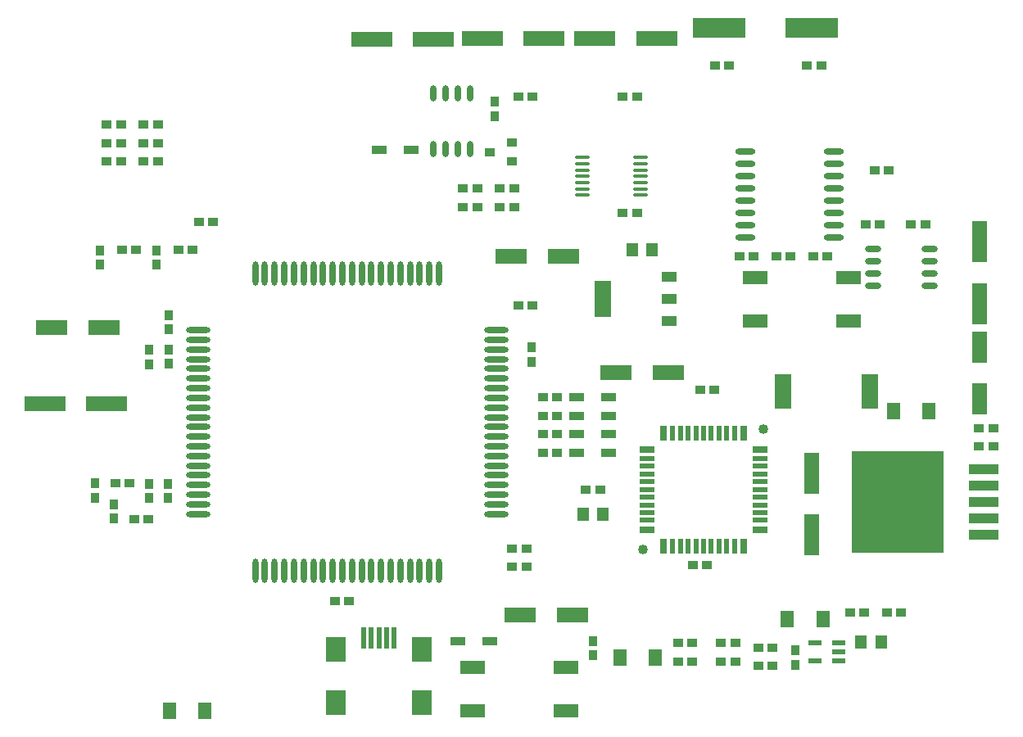
<source format=gtp>
*
%LPD*%
%LNSABOTEN3G-PT*%
%FSLAX25Y25*%
%MOIN*%
%AD*%
%AD*%
%ADD99C,0.04*%
%ADD102R,0.035X0.039*%
%ADD103R,0.039X0.035*%
%ADD104R,0.125979921X0.062990157*%
%ADD105R,0.05X0.058*%
%ADD106R,0.062990157X0.125979921*%
%ADD107R,0.055120079X0.070870079*%
%ADD108R,0.019690157X0.09055*%
%ADD109R,0.078740157X0.098429921*%
%ADD110R,0.066929921X0.141729921*%
%ADD111O,0.066929921X0.023620079*%
%ADD112O,0.023620079X0.066929921*%
%ADD113R,0.098429921X0.055120079*%
%ADD114O,0.059059843X0.01575*%
%ADD115R,0.04X0.035*%
%ADD116R,0.06X0.04*%
%ADD117R,0.07X0.15*%
%ADD118R,0.055120079X0.023620079*%
%ADD119R,0.03X0.06*%
%ADD120R,0.02X0.06*%
%ADD121R,0.06X0.03*%
%ADD122R,0.06X0.02*%
%ADD123O,0.082679921X0.023620079*%
%ADD124R,0.12205X0.043309843*%
%ADD125R,0.37795X0.417320079*%
%ADD126R,0.217X0.08*%
%ADD127O,0.024X0.098429921*%
%ADD128O,0.098429921X0.024*%
%ADD129R,0.059059843X0.035429921*%
%ADD133R,0.062990157X0.16535*%
%ADD158R,0.16535X0.062990157*%
G54D99*
%SRX1Y1I0.0J0.0*%
G1X321075Y-187215D3*
G1X272075Y-236215D3*
G54D102*
G1X226575Y-153815D3*
G1X226575Y-159615D3*
G1X48975Y-209215D3*
G1X48975Y-215015D3*
G1X78675Y-215115D3*
G1X78675Y-209315D3*
G1X73875Y-114315D3*
G1X73875Y-120115D3*
G1X50875Y-114315D3*
G1X50875Y-120115D3*
G1X70875Y-209315D3*
G1X70875Y-215115D3*
G1X211575Y-59615D3*
G1X211575Y-53815D3*
G1X78975Y-146515D3*
G1X78975Y-140715D3*
G1X78975Y-154715D3*
G1X78975Y-160515D3*
G1X71075Y-160615D3*
G1X71075Y-154815D3*
G1X56775Y-217715D3*
G1X56775Y-223515D3*
G1X251775Y-279115D3*
G1X251775Y-273315D3*
G1X333875Y-283015D3*
G1X333875Y-277215D3*
G54D103*
G1X221175Y-136715D3*
G1X226975Y-136715D3*
G1X64875Y-223815D3*
G1X70675Y-223815D3*
G1X306975Y-39215D3*
G1X301175Y-39215D3*
G1X338675Y-39215D3*
G1X344475Y-39215D3*
G1X300975Y-170915D3*
G1X295175Y-170915D3*
G1X254475Y-211715D3*
G1X248675Y-211715D3*
G1X292275Y-242315D3*
G1X298075Y-242315D3*
G1X224475Y-243115D3*
G1X218675Y-243115D3*
G1X366175Y-81715D3*
G1X371975Y-81715D3*
G1X316975Y-116715D3*
G1X311175Y-116715D3*
G1X97075Y-102715D3*
G1X91275Y-102715D3*
G1X88775Y-114215D3*
G1X82975Y-114215D3*
G1X59475Y-78215D3*
G1X53675Y-78215D3*
G1X204475Y-89215D3*
G1X198675Y-89215D3*
G1X204475Y-96715D3*
G1X198675Y-96715D3*
G1X59475Y-70715D3*
G1X53675Y-70715D3*
G1X318975Y-276015D3*
G1X324775Y-276015D3*
G1X59475Y-63215D3*
G1X53675Y-63215D3*
G1X63075Y-209115D3*
G1X57275Y-209115D3*
G1X65775Y-114215D3*
G1X59975Y-114215D3*
G1X68675Y-78215D3*
G1X74475Y-78215D3*
G1X309475Y-281715D3*
G1X303675Y-281715D3*
G1X303675Y-274215D3*
G1X309475Y-274215D3*
G1X368275Y-103715D3*
G1X362475Y-103715D3*
G1X263675Y-51715D3*
G1X269475Y-51715D3*
G1X68675Y-63215D3*
G1X74475Y-63215D3*
G1X376975Y-261715D3*
G1X371175Y-261715D3*
G1X356175Y-261715D3*
G1X361975Y-261715D3*
G1X68675Y-70715D3*
G1X74475Y-70715D3*
G1X224475Y-235615D3*
G1X218675Y-235615D3*
G1X213675Y-89215D3*
G1X219475Y-89215D3*
G1X236975Y-196715D3*
G1X231175Y-196715D3*
G1X236975Y-181715D3*
G1X231175Y-181715D3*
G1X236975Y-189215D3*
G1X231175Y-189215D3*
G1X341175Y-116715D3*
G1X346975Y-116715D3*
G1X326175Y-116715D3*
G1X331975Y-116715D3*
G1X236975Y-174215D3*
G1X231175Y-174215D3*
G1X146475Y-257215D3*
G1X152275Y-257215D3*
G1X414475Y-194215D3*
G1X408675Y-194215D3*
G1X291975Y-274215D3*
G1X286175Y-274215D3*
G1X408675Y-186715D3*
G1X414475Y-186715D3*
G1X381075Y-103715D3*
G1X386875Y-103715D3*
G1X269475Y-99215D3*
G1X263675Y-99215D3*
G1X213675Y-96715D3*
G1X219475Y-96715D3*
G1X226975Y-51715D3*
G1X221175Y-51715D3*
G1X286175Y-281715D3*
G1X291975Y-281715D3*
G1X324775Y-283515D3*
G1X318975Y-283515D3*
G54D104*
G1X260945Y-164215D3*
G1X282205Y-164215D3*
G1X31245Y-145615D3*
G1X52505Y-145615D3*
G1X218445Y-116715D3*
G1X239705Y-116715D3*
G1X221945Y-262815D3*
G1X243205Y-262815D3*
G54D105*
G1X360775Y-273615D3*
G1X368975Y-273615D3*
G1X255675Y-221715D3*
G1X247475Y-221715D3*
G1X275675Y-114215D3*
G1X267475Y-114215D3*
G54D106*
G1X409075Y-174845D3*
G1X409075Y-153585D3*
G54D107*
G1X388275Y-179815D3*
G1X373875Y-179815D3*
G1X93775Y-301715D3*
G1X79375Y-301715D3*
G1X330775Y-264515D3*
G1X345175Y-264515D3*
G1X262675Y-280115D3*
G1X277075Y-280115D3*
G54D108*
G1X158176Y-272015D3*
G1X161325Y-272015D3*
G1X164475Y-272015D3*
G1X167625Y-272015D3*
G1X170774Y-272015D3*
G54D109*
G1X146955Y-276897D3*
G1X181995Y-276897D3*
G1X146955Y-298551D3*
G1X181995Y-298551D3*
G54D110*
G1X328858Y-171715D3*
G1X364292Y-171715D3*
G54D111*
G1X388492Y-128715D3*
G1X388492Y-123715D3*
G1X388492Y-118715D3*
G1X388492Y-113715D3*
G1X365658Y-113715D3*
G1X365658Y-118715D3*
G1X365658Y-123715D3*
G1X365658Y-128715D3*
G54D112*
G1X186575Y-73133D3*
G1X191575Y-73133D3*
G1X196575Y-73133D3*
G1X201575Y-73133D3*
G1X201575Y-50298D3*
G1X196575Y-50298D3*
G1X191575Y-50298D3*
G1X186575Y-50298D3*
G54D113*
G1X317677Y-143074D3*
G1X355473Y-143074D3*
G1X355473Y-125357D3*
G1X317677Y-125357D3*
G1X202777Y-301774D3*
G1X240573Y-301774D3*
G1X240573Y-284057D3*
G1X202777Y-284057D3*
G54D114*
G1X270886Y-91893D3*
G1X270886Y-89333D3*
G1X270886Y-86774D3*
G1X270886Y-84215D3*
G1X270886Y-81656D3*
G1X270886Y-79097D3*
G1X270886Y-76538D3*
G1X247264Y-76538D3*
G1X247264Y-79097D3*
G1X247264Y-81656D3*
G1X247264Y-84215D3*
G1X247264Y-86774D3*
G1X247264Y-89333D3*
G1X247264Y-91893D3*
G54D115*
G1X218475Y-78015D3*
G1X218475Y-70515D3*
G1X209675Y-74315D3*
G54D116*
G1X282775Y-143215D3*
G1X282775Y-134215D3*
G1X282775Y-125215D3*
G54D117*
G1X255775Y-134215D3*
G54D118*
G1X351499Y-281556D3*
G1X351499Y-277815D3*
G1X351499Y-274075D3*
G1X342051Y-274075D3*
G1X342051Y-281556D3*
G54D119*
G1X312875Y-188715D3*
G1X280375Y-188715D3*
G1X280375Y-234715D3*
G1X312875Y-234715D3*
G54D120*
G1X309275Y-188715D3*
G1X306075Y-188715D3*
G1X302975Y-188715D3*
G1X299775Y-188715D3*
G1X296675Y-188715D3*
G1X293475Y-188715D3*
G1X290375Y-188715D3*
G1X287175Y-188715D3*
G1X284075Y-188715D3*
G1X284075Y-234715D3*
G1X287175Y-234715D3*
G1X290375Y-234715D3*
G1X293475Y-234715D3*
G1X296675Y-234715D3*
G1X299775Y-234715D3*
G1X302975Y-234715D3*
G1X306075Y-234715D3*
G1X309275Y-234715D3*
G54D121*
G1X273575Y-195415D3*
G1X273575Y-227915D3*
G1X319575Y-227915D3*
G1X319575Y-195415D3*
G54D122*
G1X273575Y-199015D3*
G1X273575Y-202215D3*
G1X273575Y-205315D3*
G1X273575Y-208515D3*
G1X273575Y-211615D3*
G1X273575Y-214815D3*
G1X273575Y-217915D3*
G1X273575Y-221115D3*
G1X273575Y-224215D3*
G1X319575Y-224215D3*
G1X319575Y-221115D3*
G1X319575Y-217915D3*
G1X319575Y-214815D3*
G1X319575Y-211615D3*
G1X319575Y-208515D3*
G1X319575Y-205315D3*
G1X319575Y-202215D3*
G1X319575Y-199015D3*
G54D123*
G1X349685Y-109215D3*
G1X349685Y-104215D3*
G1X349685Y-99215D3*
G1X349685Y-94215D3*
G1X349685Y-89215D3*
G1X349685Y-84215D3*
G1X349685Y-79215D3*
G1X349685Y-74215D3*
G1X313465Y-74215D3*
G1X313465Y-79215D3*
G1X313465Y-84215D3*
G1X313465Y-89215D3*
G1X313465Y-94215D3*
G1X313465Y-99215D3*
G1X313465Y-104215D3*
G1X313465Y-109215D3*
G54D124*
G1X410591Y-230101D3*
G1X410591Y-223408D3*
G1X410591Y-216715D3*
G1X410591Y-210022D3*
G1X410591Y-203330D3*
G54D125*
G1X375551Y-216715D3*
G54D126*
G1X302875Y-23615D3*
G1X340475Y-23615D3*
G54D127*
G1X114173Y-244845D3*
G1X118110Y-244845D3*
G1X122047Y-244845D3*
G1X125984Y-244845D3*
G1X129921Y-244845D3*
G1X133858Y-244845D3*
G1X137795Y-244845D3*
G1X141732Y-244845D3*
G1X145670Y-244845D3*
G1X149607Y-244845D3*
G1X153544Y-244845D3*
G1X157481Y-244845D3*
G1X161418Y-244845D3*
G1X165355Y-244845D3*
G1X169292Y-244845D3*
G1X173229Y-244845D3*
G1X177166Y-244845D3*
G1X181103Y-244845D3*
G1X185040Y-244845D3*
G1X188977Y-244845D3*
G1X188977Y-123585D3*
G1X185040Y-123585D3*
G1X181103Y-123585D3*
G1X177166Y-123585D3*
G1X173229Y-123585D3*
G1X169292Y-123585D3*
G1X165355Y-123585D3*
G1X161418Y-123585D3*
G1X157481Y-123585D3*
G1X153544Y-123585D3*
G1X149607Y-123585D3*
G1X145670Y-123585D3*
G1X141732Y-123585D3*
G1X137795Y-123585D3*
G1X133858Y-123585D3*
G1X129921Y-123585D3*
G1X125984Y-123585D3*
G1X122047Y-123585D3*
G1X118110Y-123585D3*
G1X114173Y-123585D3*
G54D128*
G1X212205Y-221617D3*
G1X212205Y-217680D3*
G1X212205Y-213743D3*
G1X212205Y-209806D3*
G1X212205Y-205869D3*
G1X212205Y-201932D3*
G1X212205Y-197995D3*
G1X212205Y-194058D3*
G1X212205Y-190121D3*
G1X212205Y-186184D3*
G1X212205Y-182247D3*
G1X212205Y-178310D3*
G1X212205Y-174373D3*
G1X212205Y-170436D3*
G1X212205Y-166499D3*
G1X212205Y-162562D3*
G1X212205Y-158625D3*
G1X212205Y-154688D3*
G1X212205Y-150751D3*
G1X212205Y-146814D3*
G1X90945Y-146814D3*
G1X90945Y-150751D3*
G1X90945Y-154688D3*
G1X90945Y-158625D3*
G1X90945Y-162562D3*
G1X90945Y-166499D3*
G1X90945Y-170436D3*
G1X90945Y-174373D3*
G1X90945Y-178310D3*
G1X90945Y-182247D3*
G1X90945Y-186184D3*
G1X90945Y-190121D3*
G1X90945Y-194058D3*
G1X90945Y-197995D3*
G1X90945Y-201932D3*
G1X90945Y-205869D3*
G1X90945Y-209806D3*
G1X90945Y-213743D3*
G1X90945Y-217680D3*
G1X90945Y-221617D3*
G54D129*
G1X209671Y-273515D3*
G1X196679Y-273515D3*
G1X258071Y-174215D3*
G1X245079Y-174215D3*
G1X177771Y-73415D3*
G1X164779Y-73415D3*
G1X258071Y-196715D3*
G1X245079Y-196715D3*
G1X258071Y-189215D3*
G1X245079Y-189215D3*
G1X258071Y-181715D3*
G1X245079Y-181715D3*
G54D133*
G1X408875Y-136014D3*
G1X408875Y-110817D3*
G1X340675Y-204917D3*
G1X340675Y-230114D3*
G54D158*
G1X206477Y-28115D3*
G1X231673Y-28115D3*
G1X161477Y-28315D3*
G1X186673Y-28315D3*
G1X28477Y-176815D3*
G1X53673Y-176815D3*
G1X252277Y-28115D3*
G1X277473Y-28115D3*
M2*

</source>
